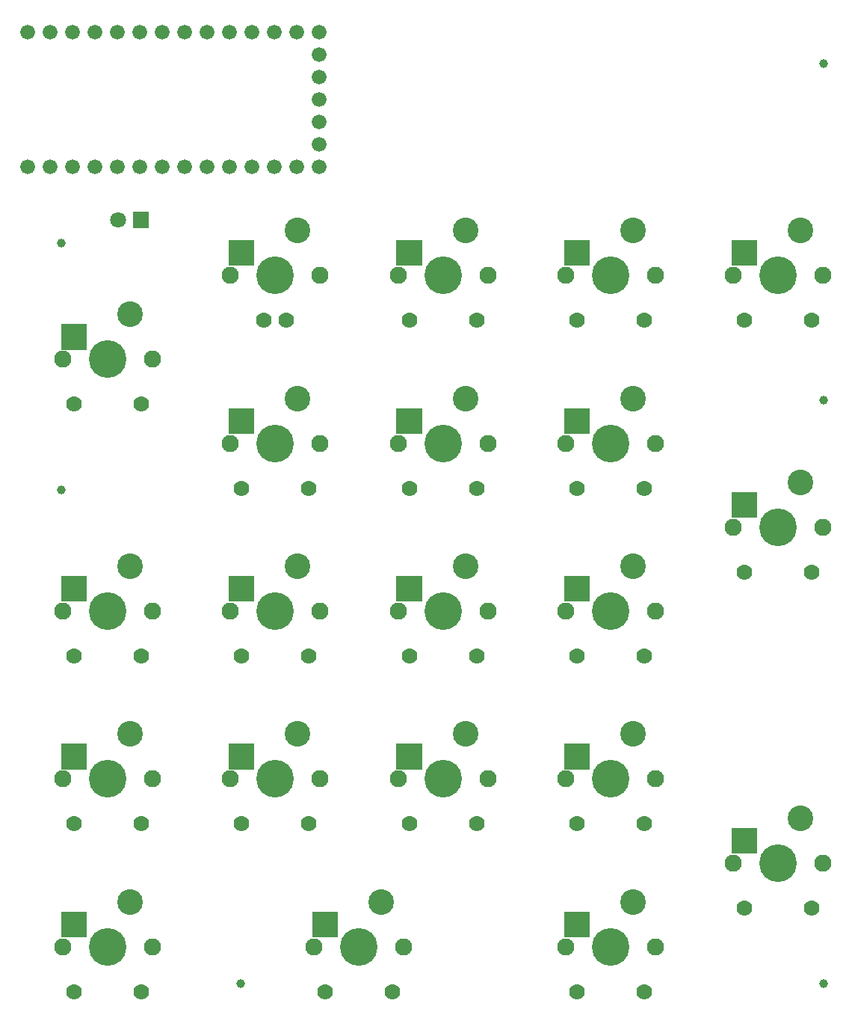
<source format=gbs>
G04 start of page 10 for group -4062 idx -4062 *
G04 Title: SFT-HW-0023, soldermask *
G04 Creator: pcb 20110918 *
G04 CreationDate: Fri 17 Apr 2015 10:20:39 PM GMT UTC *
G04 For: tgack *
G04 Format: Gerber/RS-274X *
G04 PCB-Dimensions: 380630 455118 *
G04 PCB-Coordinate-Origin: lower left *
%MOIN*%
%FSLAX25Y25*%
%LNBOTTOMMASK*%
%ADD105C,0.1675*%
%ADD104C,0.0394*%
%ADD103C,0.0710*%
%ADD102C,0.0001*%
%ADD101C,0.0700*%
%ADD100C,0.1140*%
%ADD99C,0.0769*%
%ADD98C,0.0660*%
G54D98*X5000Y389118D03*
X15000D03*
X25000D03*
X35000D03*
X45000D03*
G54D99*X60551Y303149D03*
G54D100*X50551Y323149D03*
G54D101*X55551Y283149D03*
G54D102*G36*
X19851Y318849D02*Y307449D01*
X31251D01*
Y318849D01*
X19851D01*
G37*
G36*
X51922Y368825D02*Y361725D01*
X59022D01*
Y368825D01*
X51922D01*
G37*
G54D103*X45472Y365275D03*
G54D104*X20000Y355118D03*
G54D98*X55000Y389118D03*
X65000D03*
X75000D03*
X85000D03*
X95000D03*
X105000D03*
X115000Y449118D03*
X105000D03*
X95000D03*
X85000D03*
X75000D03*
X65000D03*
X55000D03*
X45000D03*
X35000D03*
X25000D03*
X15000D03*
X5000D03*
G54D105*X115354Y340551D03*
G54D101*X120354Y320551D03*
X110354D03*
G54D100*X125354Y285748D03*
G54D99*X95354Y340551D03*
G54D102*G36*
X94654Y356251D02*Y344851D01*
X106054D01*
Y356251D01*
X94654D01*
G37*
G54D99*X95354Y265748D03*
G54D102*G36*
X94654Y281448D02*Y270048D01*
X106054D01*
Y281448D01*
X94654D01*
G37*
G54D101*X100354Y245748D03*
G54D105*X40551Y303149D03*
Y190945D03*
Y116142D03*
Y41338D03*
G54D99*X20551Y303149D03*
G54D101*X25551Y283149D03*
G54D104*X20000Y245118D03*
G54D99*X60551Y190945D03*
G54D100*X50551Y210945D03*
G54D101*X55551Y170945D03*
G54D99*X60551Y116142D03*
G54D100*X50551Y136142D03*
G54D99*X20551Y190945D03*
G54D102*G36*
X19851Y206645D02*Y195245D01*
X31251D01*
Y206645D01*
X19851D01*
G37*
G54D101*X25551Y170945D03*
G54D99*X20551Y116142D03*
G54D102*G36*
X19851Y131842D02*Y120442D01*
X31251D01*
Y131842D01*
X19851D01*
G37*
G54D101*X55551Y96142D03*
G54D99*X60551Y41338D03*
G54D100*X50551Y61338D03*
G54D101*X55551Y21338D03*
X25551Y96142D03*
G54D99*X20551Y41338D03*
G54D102*G36*
X19851Y57038D02*Y45638D01*
X31251D01*
Y57038D01*
X19851D01*
G37*
G54D101*X25551Y21338D03*
G54D105*X115354Y265748D03*
G54D101*X130354Y245748D03*
G54D105*X115354Y190945D03*
G54D100*X125354Y210945D03*
G54D105*X115354Y116142D03*
G54D100*X125354Y136142D03*
G54D99*X95354Y190945D03*
G54D101*X100354Y170945D03*
G54D99*X95354Y116142D03*
G54D102*G36*
X94654Y131842D02*Y120442D01*
X106054D01*
Y131842D01*
X94654D01*
G37*
G54D101*X100354Y96142D03*
G54D104*X100000Y25118D03*
G54D99*X135354Y190945D03*
G54D101*X130354Y170945D03*
G54D102*G36*
X94654Y206645D02*Y195245D01*
X106054D01*
Y206645D01*
X94654D01*
G37*
G54D99*X135354Y116142D03*
G54D101*X130354Y96142D03*
G54D99*X132756Y41338D03*
G54D102*G36*
X132056Y57038D02*Y45638D01*
X143456D01*
Y57038D01*
X132056D01*
G37*
G54D101*X137756Y21338D03*
G54D105*X264961Y190945D03*
X190157D03*
G54D99*X170157D03*
X210157D03*
G54D102*G36*
X169457Y206645D02*Y195245D01*
X180857D01*
Y206645D01*
X169457D01*
G37*
G54D100*X200157Y210945D03*
G54D99*X244961Y190945D03*
G54D101*X249961Y170945D03*
X205157D03*
X175157D03*
G54D99*X284961Y190945D03*
G54D100*X274961Y210945D03*
G54D101*X279961Y170945D03*
G54D99*X284961Y265748D03*
G54D100*X274961Y285748D03*
G54D101*X279961Y245748D03*
G54D102*G36*
X244261Y206645D02*Y195245D01*
X255661D01*
Y206645D01*
X244261D01*
G37*
G54D105*X264961Y265748D03*
G54D99*X244961D03*
G54D102*G36*
X244261Y281448D02*Y270048D01*
X255661D01*
Y281448D01*
X244261D01*
G37*
G54D101*X249961Y245748D03*
G54D105*X339764Y228346D03*
G54D99*X359764D03*
G54D100*X349764Y248346D03*
G54D101*X354764Y208346D03*
G54D99*X319764Y228346D03*
G54D102*G36*
X319064Y244046D02*Y232646D01*
X330464D01*
Y244046D01*
X319064D01*
G37*
G54D101*X324764Y208346D03*
G54D99*X244961Y41338D03*
G54D101*X279961Y21338D03*
X249961D03*
G54D105*X264961Y41338D03*
G54D99*X284961D03*
G54D102*G36*
X244261Y57038D02*Y45638D01*
X255661D01*
Y57038D01*
X244261D01*
G37*
G54D100*X274961Y61338D03*
G54D105*X339764Y78740D03*
G54D99*X319764D03*
G54D101*X324764Y58740D03*
G54D99*X359764Y78740D03*
G54D100*X349764Y98740D03*
G54D101*X354764Y58740D03*
G54D104*X360000Y25118D03*
G54D102*G36*
X319064Y94440D02*Y83040D01*
X330464D01*
Y94440D01*
X319064D01*
G37*
G54D105*X190157Y116142D03*
G54D99*X210157D03*
G54D100*X200157Y136142D03*
G54D101*X205157Y96142D03*
G54D99*X170157Y116142D03*
G54D102*G36*
X169457Y131842D02*Y120442D01*
X180857D01*
Y131842D01*
X169457D01*
G37*
G54D101*X175157Y96142D03*
G54D105*X264961Y116142D03*
G54D99*X244961D03*
X284961D03*
G54D101*X279961Y96142D03*
G54D102*G36*
X244261Y131842D02*Y120442D01*
X255661D01*
Y131842D01*
X244261D01*
G37*
G54D101*X249961Y96142D03*
G54D100*X274961Y136142D03*
G54D105*X152756Y41338D03*
G54D99*X172756D03*
G54D100*X162756Y61338D03*
G54D101*X167756Y21338D03*
G54D98*X115000Y389118D03*
X125000D03*
X135000D03*
Y399118D03*
Y409118D03*
Y419118D03*
Y429118D03*
G54D99*X135354Y265748D03*
G54D98*X135000Y439118D03*
Y449118D03*
X125000D03*
G54D99*X135354Y340551D03*
G54D100*X125354Y360551D03*
G54D105*X190157Y340551D03*
G54D99*X210157D03*
G54D100*X200157Y360551D03*
G54D101*X205157Y320551D03*
G54D99*X170157Y340551D03*
G54D102*G36*
X169457Y356251D02*Y344851D01*
X180857D01*
Y356251D01*
X169457D01*
G37*
G54D101*X175157Y320551D03*
G54D105*X264961Y340551D03*
G54D99*X244961D03*
G54D102*G36*
X244261Y356251D02*Y344851D01*
X255661D01*
Y356251D01*
X244261D01*
G37*
G54D101*X249961Y320551D03*
G54D105*X190157Y265748D03*
G54D99*X210157D03*
G54D100*X200157Y285748D03*
G54D101*X205157Y245748D03*
G54D99*X170157Y265748D03*
G54D102*G36*
X169457Y281448D02*Y270048D01*
X180857D01*
Y281448D01*
X169457D01*
G37*
G54D101*X175157Y245748D03*
G54D99*X284961Y340551D03*
G54D101*X279961Y320551D03*
G54D100*X274961Y360551D03*
X349764D03*
G54D105*X339764Y340551D03*
G54D99*X319764D03*
X359764D03*
G54D102*G36*
X319064Y356251D02*Y344851D01*
X330464D01*
Y356251D01*
X319064D01*
G37*
G54D101*X354764Y320551D03*
X324764D03*
G54D104*X360000Y435118D03*
Y285118D03*
M02*

</source>
